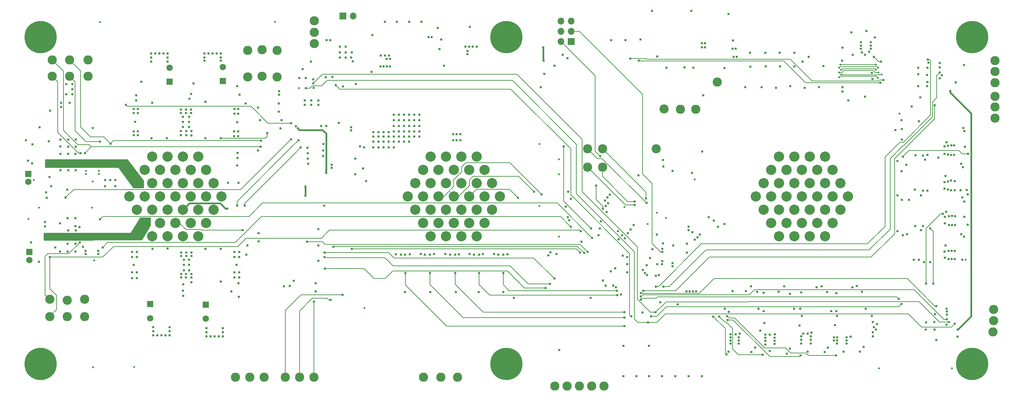
<source format=gbr>
G04 #@! TF.GenerationSoftware,KiCad,Pcbnew,(5.1.5-0-10_14)*
G04 #@! TF.CreationDate,2020-08-17T13:50:39-04:00*
G04 #@! TF.ProjectId,pressurization_series1,70726573-7375-4726-997a-6174696f6e5f,Rev 1*
G04 #@! TF.SameCoordinates,Original*
G04 #@! TF.FileFunction,Copper,L6,Inr*
G04 #@! TF.FilePolarity,Positive*
%FSLAX46Y46*%
G04 Gerber Fmt 4.6, Leading zero omitted, Abs format (unit mm)*
G04 Created by KiCad (PCBNEW (5.1.5-0-10_14)) date 2020-08-17 13:50:39*
%MOMM*%
%LPD*%
G04 APERTURE LIST*
%ADD10C,2.540000*%
%ADD11R,1.600000X1.600000*%
%ADD12C,1.600000*%
%ADD13C,2.286000*%
%ADD14C,8.000000*%
%ADD15R,1.700000X1.700000*%
%ADD16O,1.700000X1.700000*%
%ADD17C,0.609600*%
%ADD18C,0.508000*%
%ADD19C,0.203200*%
%ADD20C,0.381000*%
%ADD21C,0.254000*%
G04 APERTURE END LIST*
D10*
X69646800Y-89890600D03*
X65836800Y-89890600D03*
X62026800Y-89890600D03*
X58216800Y-89890600D03*
X60121800Y-93192600D03*
X67741800Y-93192600D03*
X63931800Y-93192600D03*
X56311800Y-93192600D03*
X71551800Y-93192600D03*
X69646800Y-96494600D03*
X65836800Y-96494600D03*
X58216800Y-96494600D03*
X62026800Y-96494600D03*
X73456800Y-96494600D03*
X54406800Y-96494600D03*
X63931800Y-106400600D03*
X60121800Y-106400600D03*
X62026800Y-109702600D03*
X54406800Y-103098600D03*
X56311800Y-106400600D03*
X58216800Y-109702600D03*
X58216800Y-103098600D03*
X62026800Y-103098600D03*
X65836800Y-109702600D03*
X67741800Y-106400600D03*
X65836800Y-103098600D03*
X71551800Y-106400600D03*
X69646800Y-109702600D03*
X69646800Y-103098600D03*
X73456800Y-103098600D03*
X71551800Y-99796600D03*
X67741800Y-99796600D03*
X63931800Y-99796600D03*
X60121800Y-99796600D03*
X56311800Y-99796600D03*
X75361800Y-99796600D03*
X52501800Y-99796600D03*
X138734800Y-89916000D03*
X134924800Y-89916000D03*
X131114800Y-89916000D03*
X127304800Y-89916000D03*
X129209800Y-93218000D03*
X136829800Y-93218000D03*
X133019800Y-93218000D03*
X125399800Y-93218000D03*
X140639800Y-93218000D03*
X138734800Y-96520000D03*
X134924800Y-96520000D03*
X127304800Y-96520000D03*
X131114800Y-96520000D03*
X142544800Y-96520000D03*
X123494800Y-96520000D03*
X133019800Y-106426000D03*
X129209800Y-106426000D03*
X131114800Y-109728000D03*
X123494800Y-103124000D03*
X125399800Y-106426000D03*
X127304800Y-109728000D03*
X127304800Y-103124000D03*
X131114800Y-103124000D03*
X134924800Y-109728000D03*
X136829800Y-106426000D03*
X134924800Y-103124000D03*
X140639800Y-106426000D03*
X138734800Y-109728000D03*
X138734800Y-103124000D03*
X142544800Y-103124000D03*
X140639800Y-99822000D03*
X136829800Y-99822000D03*
X133019800Y-99822000D03*
X129209800Y-99822000D03*
X125399800Y-99822000D03*
X144449800Y-99822000D03*
X121589800Y-99822000D03*
X225120200Y-89890600D03*
X221310200Y-89890600D03*
X217500200Y-89890600D03*
X213690200Y-89890600D03*
X215595200Y-93192600D03*
X223215200Y-93192600D03*
X219405200Y-93192600D03*
X211785200Y-93192600D03*
X227025200Y-93192600D03*
X225120200Y-96494600D03*
X221310200Y-96494600D03*
X213690200Y-96494600D03*
X217500200Y-96494600D03*
X228930200Y-96494600D03*
X209880200Y-96494600D03*
X219405200Y-106400600D03*
X215595200Y-106400600D03*
X217500200Y-109702600D03*
X209880200Y-103098600D03*
X211785200Y-106400600D03*
X213690200Y-109702600D03*
X213690200Y-103098600D03*
X217500200Y-103098600D03*
X221310200Y-109702600D03*
X223215200Y-106400600D03*
X221310200Y-103098600D03*
X227025200Y-106400600D03*
X225120200Y-109702600D03*
X225120200Y-103098600D03*
X228930200Y-103098600D03*
X227025200Y-99796600D03*
X223215200Y-99796600D03*
X219405200Y-99796600D03*
X215595200Y-99796600D03*
X211785200Y-99796600D03*
X230835200Y-99796600D03*
X207975200Y-99796600D03*
D11*
X62484000Y-71318000D03*
D12*
X62484000Y-67818000D03*
D13*
X89154000Y-70104000D03*
X85471000Y-69977000D03*
X81915000Y-70104000D03*
X89154000Y-63500000D03*
X85471000Y-63373000D03*
X81915000Y-63500000D03*
X98298000Y-144780000D03*
X94742000Y-144780000D03*
X91186000Y-144780000D03*
D11*
X75692000Y-71120000D03*
D12*
X75692000Y-67620000D03*
D11*
X57658000Y-126619000D03*
D12*
X57658000Y-130119000D03*
D13*
X129794000Y-144780000D03*
X198374000Y-71374000D03*
X183261000Y-88011000D03*
D14*
X261620000Y-60198000D03*
X146050000Y-60198000D03*
X30480000Y-141478000D03*
X146050000Y-141478000D03*
X261620000Y-141478000D03*
X30480000Y-60198000D03*
D12*
X27432000Y-96234000D03*
D11*
X27432000Y-94234000D03*
X27686000Y-113633000D03*
D12*
X27686000Y-115633000D03*
X71501000Y-130246000D03*
D11*
X71501000Y-126746000D03*
D13*
X98425000Y-59029600D03*
X98425000Y-56108600D03*
X98425000Y-61823600D03*
D15*
X162179000Y-61341000D03*
D16*
X159639000Y-61341000D03*
X162179000Y-58801000D03*
X159639000Y-58801000D03*
X162179000Y-56261000D03*
X159639000Y-56261000D03*
D15*
X105537000Y-54991000D03*
D16*
X108077000Y-54991000D03*
D13*
X267335000Y-80365600D03*
X267335000Y-74904600D03*
X267335000Y-77571600D03*
X193040000Y-78117700D03*
X185166000Y-78105000D03*
X189230000Y-78117700D03*
X133985000Y-144780000D03*
X125476000Y-144780000D03*
X170307000Y-146951700D03*
X164211000Y-146951700D03*
X167259000Y-146951700D03*
X161163000Y-146951700D03*
X158115000Y-146951700D03*
X33401000Y-65887600D03*
X37719000Y-65887600D03*
X42291000Y-65887600D03*
X33401000Y-69951600D03*
X37719000Y-69951600D03*
X42291000Y-69951600D03*
X32766000Y-125412500D03*
X37084000Y-125666500D03*
X41402000Y-125412500D03*
X41402000Y-129730500D03*
X37084000Y-129730500D03*
X32766000Y-129730500D03*
X78867000Y-144754600D03*
X82423000Y-144754600D03*
X85979000Y-144754600D03*
X267284200Y-68732400D03*
X266966700Y-130771900D03*
X267284200Y-66065400D03*
X266966700Y-127977900D03*
X267284200Y-71526400D03*
X266839700Y-133565900D03*
X166243000Y-88011000D03*
X169926000Y-88011000D03*
X166243000Y-92583000D03*
X169926000Y-92583000D03*
D17*
X133731000Y-84328000D03*
X132842000Y-84328000D03*
X134620000Y-84328000D03*
X99441000Y-77089000D03*
X96012000Y-77089000D03*
X99441000Y-75946000D03*
X96012000Y-75946000D03*
X250571000Y-71374000D03*
X248285000Y-72390000D03*
X250444000Y-72390000D03*
X250444000Y-69596000D03*
X248285000Y-69469000D03*
X248285000Y-67818000D03*
X250571000Y-67818000D03*
X252412500Y-129095500D03*
X250190000Y-131127500D03*
X252285500Y-131064000D03*
X252349000Y-132969000D03*
X250126500Y-132969000D03*
X35433000Y-85725000D03*
X35433000Y-87376000D03*
X35433000Y-89281000D03*
X35433000Y-93345000D03*
X37338000Y-89281000D03*
X37338000Y-87503000D03*
X37338000Y-85725000D03*
X39243000Y-85725000D03*
X39243000Y-87503000D03*
X39116000Y-89281000D03*
X37338000Y-93345000D03*
X34163000Y-112522000D03*
X35306000Y-113538000D03*
X37211000Y-105283000D03*
X37211000Y-111633000D03*
X37211000Y-113538000D03*
X39116000Y-113538000D03*
X39116000Y-111633000D03*
X39243000Y-108331000D03*
X39116000Y-107188000D03*
X39116000Y-105283000D03*
X39243000Y-93345000D03*
X201168000Y-138430000D03*
X259207000Y-115570000D03*
X206883000Y-138557000D03*
X211455000Y-138303000D03*
X215646000Y-138938000D03*
X220853000Y-138430000D03*
X225044000Y-138557000D03*
X229743000Y-138430000D03*
X233807000Y-138430000D03*
X259715000Y-101092000D03*
X259588000Y-109855000D03*
X259715000Y-104902000D03*
X259334000Y-92583000D03*
X259842000Y-87503000D03*
X259715000Y-83566000D03*
X237490000Y-60325000D03*
X231648000Y-59055000D03*
X130937000Y-114173000D03*
X118681500Y-114236500D03*
X124841000Y-114173000D03*
X136906000Y-114173000D03*
X143002000Y-114173000D03*
D18*
X159131000Y-94361000D03*
X159131000Y-109855000D03*
D17*
X77851000Y-123444000D03*
D18*
X28829000Y-95758000D03*
D17*
X220040300Y-72821700D03*
X205333600Y-72669400D03*
X209423000Y-72644000D03*
X212928300Y-72821700D03*
X216484300Y-72440700D03*
X249428000Y-89662000D03*
X249428000Y-98425000D03*
X249428000Y-107188000D03*
X248412000Y-115570000D03*
X30099000Y-116078000D03*
X109728000Y-87376000D03*
X110490000Y-92913200D03*
X135940800Y-62560200D03*
X104775000Y-65278000D03*
X106172000Y-65278000D03*
X107569000Y-65278000D03*
X104775000Y-64008000D03*
X106172000Y-64008000D03*
X107696000Y-64008000D03*
X104775000Y-62611000D03*
X106172000Y-62611000D03*
X136829800Y-62560200D03*
X137718800Y-62560200D03*
X138734800Y-62560200D03*
X35369500Y-106489500D03*
X37338000Y-108331000D03*
X255395405Y-129220654D03*
X253595300Y-67714700D03*
X184912000Y-111506000D03*
X182321000Y-112954000D03*
X184658000Y-116713000D03*
X187315356Y-116468644D03*
X183896000Y-119380000D03*
X99441000Y-107950000D03*
X99441000Y-112014000D03*
X99441000Y-115824000D03*
X172593000Y-122047000D03*
X170053000Y-120777000D03*
X96266000Y-70358000D03*
X184988000Y-92380000D03*
X209931000Y-128371590D03*
X227965000Y-128371590D03*
X190881000Y-113792000D03*
X218948000Y-127787410D03*
X191947000Y-53671000D03*
X201185000Y-54466000D03*
X182245000Y-53721000D03*
D18*
X183388000Y-103886000D03*
X181102000Y-106680000D03*
D17*
X97663000Y-75946000D03*
X97613400Y-77089000D03*
X258724400Y-98298000D03*
X260553200Y-99288600D03*
X65852000Y-123251000D03*
X67879000Y-74356000D03*
X54229000Y-74676000D03*
D18*
X27432000Y-105410000D03*
X30099000Y-102616000D03*
X43307000Y-102616000D03*
X43434000Y-96139000D03*
D17*
X31877000Y-98806000D03*
X26898600Y-85852000D03*
X30226000Y-82677000D03*
X43434000Y-82804000D03*
X35626000Y-77531000D03*
X115951000Y-56388000D03*
X118872000Y-56388000D03*
X121920000Y-56388000D03*
X124968000Y-56388000D03*
X178308000Y-144526000D03*
X181483000Y-144526000D03*
X184658000Y-144526000D03*
X187960000Y-144526000D03*
X191262000Y-144526000D03*
X194564000Y-144526000D03*
X169545000Y-106045000D03*
X158038800Y-67310000D03*
X155499000Y-69316400D03*
X223596300Y-72644010D03*
X136398000Y-64465200D03*
X129493022Y-63191378D03*
D18*
X43764200Y-115747800D03*
D17*
X112649000Y-68834000D03*
X236717345Y-69062590D03*
X174752000Y-109474000D03*
X175133000Y-144526000D03*
X137033000Y-57658000D03*
X185801000Y-67818000D03*
X190313000Y-67751000D03*
X161290000Y-105029000D03*
X129032000Y-57912000D03*
X172085000Y-60960000D03*
X175641000Y-60960000D03*
X200152000Y-67945000D03*
X104521000Y-81534000D03*
X184277000Y-126174500D03*
X179895500Y-128714500D03*
X188595000Y-126682500D03*
X258000500Y-134747000D03*
D18*
X238506000Y-142621000D03*
X256667000Y-142621000D03*
X53721000Y-142240000D03*
X43561000Y-142367000D03*
X45212000Y-56515000D03*
X88646000Y-56388000D03*
D17*
X200279000Y-127787400D03*
X247396000Y-98153703D03*
X122110500Y-114236500D03*
X128143000Y-114173000D03*
X140208000Y-114173000D03*
X134302500Y-114236500D03*
X146367500Y-114236500D03*
D18*
X159118300Y-90563700D03*
X154305000Y-86753700D03*
X154305000Y-102235000D03*
D17*
X79629000Y-121412000D03*
X247142000Y-115570000D03*
X110744000Y-87630000D03*
X114935000Y-64770000D03*
X115951000Y-64770000D03*
X116967000Y-64770000D03*
X114808000Y-67513200D03*
X117221000Y-67513200D03*
X116332000Y-65659000D03*
X112776000Y-59690000D03*
X255414459Y-128484298D03*
X255312339Y-131769537D03*
X253619000Y-70459603D03*
X253600500Y-66656500D03*
X181483000Y-137033000D03*
X190872000Y-111642000D03*
X187452000Y-112014000D03*
X184785000Y-115951000D03*
X187326714Y-117205158D03*
X183504247Y-116662342D03*
X183173702Y-119524459D03*
X170688000Y-122047000D03*
X94691000Y-70409000D03*
X98216600Y-72852400D03*
X194691000Y-88646000D03*
X184975500Y-90741500D03*
X202311000Y-61087000D03*
X183515000Y-65024000D03*
X179324000Y-60833000D03*
X247573800Y-89560400D03*
X247472200Y-107162600D03*
D18*
X185674000Y-105156000D03*
D17*
X65913000Y-121666000D03*
X67437000Y-75565000D03*
X54189000Y-75986000D03*
X32004000Y-100203000D03*
X32893000Y-78486000D03*
X115620800Y-67513200D03*
X116433600Y-67513200D03*
X117221000Y-65659000D03*
X170942000Y-103759000D03*
X130581400Y-67335400D03*
X100838000Y-102133400D03*
X236956600Y-70586600D03*
X161671000Y-105791000D03*
X192513000Y-67837000D03*
X202247500Y-123380500D03*
X209931000Y-123825000D03*
X219202000Y-123698000D03*
X227965000Y-123888500D03*
X169291000Y-107823000D03*
X173228000Y-122428000D03*
X184785000Y-113639603D03*
X195326000Y-61722000D03*
X194564000Y-61722000D03*
X202946000Y-63119000D03*
X202184000Y-63119000D03*
X101475542Y-60934600D03*
X93853000Y-82423000D03*
X94361000Y-82931000D03*
X102387400Y-60934600D03*
X101346000Y-93980000D03*
X101346000Y-93218000D03*
X107975396Y-66243200D03*
X101269800Y-70205600D03*
X256260600Y-73609200D03*
X154660600Y-72644000D03*
X159207200Y-137998200D03*
X258064000Y-132969000D03*
X129921000Y-60833000D03*
X195326000Y-62738000D03*
X194564000Y-62738000D03*
X203200000Y-65151000D03*
X202438000Y-65151000D03*
X126746000Y-60198000D03*
X127508000Y-60198000D03*
X102743000Y-91948000D03*
X102743000Y-92710000D03*
X107569000Y-82677000D03*
X107569000Y-83439000D03*
X155194000Y-62738000D03*
X155321000Y-66040000D03*
X124460000Y-80899000D03*
X124460000Y-82296000D03*
X124460000Y-79502000D03*
X58928000Y-64262000D03*
X61976000Y-64262000D03*
X57912000Y-65278000D03*
X60960000Y-64262000D03*
X57912000Y-66294000D03*
X61976000Y-66294000D03*
X61976000Y-65278000D03*
X57912000Y-64262000D03*
X59944000Y-64262000D03*
X72136000Y-64262000D03*
X75184000Y-64262000D03*
X71120000Y-65278000D03*
X74168000Y-64262000D03*
X71120000Y-66040000D03*
X75184000Y-66040000D03*
X75184000Y-65278000D03*
X71120000Y-64262000D03*
X73152000Y-64262000D03*
X121920000Y-80899000D03*
X121920000Y-82296000D03*
X121920000Y-79502000D03*
X123190000Y-80899000D03*
X123190000Y-82296000D03*
X123190000Y-79502000D03*
X221615000Y-134620000D03*
X221615000Y-135509000D03*
X221615000Y-136398000D03*
X219202000Y-134620000D03*
X219202000Y-136398000D03*
X114300000Y-83820000D03*
X256542200Y-113413200D03*
X256540000Y-115443000D03*
X257302000Y-115443000D03*
X255778000Y-115443000D03*
X257302000Y-113411000D03*
X255778000Y-113411000D03*
X256667000Y-104648000D03*
X256667000Y-106934000D03*
X257429000Y-106934000D03*
X255905000Y-106934000D03*
X255905000Y-104775000D03*
X257429000Y-104775000D03*
X256413000Y-95885000D03*
X256413000Y-98298000D03*
X257302000Y-98298000D03*
X257302000Y-96012000D03*
X255651000Y-96139000D03*
X255651000Y-98171000D03*
X256439200Y-87148200D03*
X256413000Y-89535000D03*
X257175000Y-87122000D03*
X257175000Y-89535000D03*
X255651000Y-89408000D03*
X255651000Y-87249000D03*
X236474000Y-62357000D03*
X234061000Y-62357000D03*
X236474000Y-61468000D03*
X236474000Y-63119000D03*
X234061000Y-61468000D03*
X234061000Y-63119000D03*
X41656000Y-113411000D03*
X41656000Y-114173000D03*
X44831000Y-113411000D03*
X203708000Y-134874000D03*
X203708000Y-135636000D03*
X203708000Y-136398000D03*
X201676000Y-136398000D03*
X201676000Y-135636000D03*
X201676000Y-134874000D03*
X212598000Y-135001000D03*
X212598000Y-135763000D03*
X212598000Y-136525000D03*
X219202000Y-135509000D03*
X230505000Y-134874000D03*
X230505000Y-135636000D03*
X228092000Y-134874000D03*
X228092000Y-135636000D03*
X228092000Y-136398000D03*
X210312000Y-135001000D03*
X210312000Y-135763000D03*
X210312000Y-136652000D03*
X115570000Y-83820000D03*
X116840000Y-83820000D03*
X118110000Y-83693000D03*
X119380000Y-83693000D03*
X120650000Y-83693000D03*
X121920000Y-83693000D03*
X123190000Y-83693000D03*
X124460000Y-83693000D03*
X118110000Y-79502000D03*
X114300000Y-86233000D03*
X115570000Y-86233000D03*
X116840000Y-86233000D03*
X118110000Y-86233000D03*
X119380000Y-86233000D03*
X120650000Y-86233000D03*
X121920000Y-86233000D03*
X118110000Y-80899000D03*
X118110000Y-82296000D03*
X118110000Y-84963000D03*
X116840000Y-84963000D03*
X115570000Y-84963000D03*
X114300000Y-84963000D03*
X119380000Y-79502000D03*
X119380000Y-80899000D03*
X119380000Y-82296000D03*
X120650000Y-80899000D03*
X120650000Y-82296000D03*
X113030000Y-83820000D03*
X113030000Y-86233000D03*
X113030000Y-87630000D03*
X114300000Y-87630000D03*
X115570000Y-87630000D03*
X116840000Y-87630000D03*
X118110000Y-87630000D03*
X123190000Y-84963000D03*
X120650000Y-79502000D03*
X119380000Y-84963000D03*
X120650000Y-84963000D03*
X121920000Y-84963000D03*
X113030000Y-84963000D03*
X44831000Y-114173000D03*
D18*
X41783000Y-94234000D03*
X41783000Y-93472000D03*
X44958000Y-93472000D03*
X44958000Y-94234000D03*
D17*
X175107600Y-137007600D03*
X201676000Y-134112000D03*
X202946000Y-134112000D03*
X210312000Y-134239000D03*
X211455000Y-134239000D03*
X219710000Y-133985000D03*
X220853000Y-133985000D03*
X230505000Y-136398000D03*
X227330000Y-135636000D03*
X227330000Y-134874000D03*
X254762000Y-113512600D03*
X254889000Y-115062000D03*
X254889000Y-104902000D03*
X254889000Y-106553000D03*
X254762000Y-96266000D03*
X254762000Y-97917000D03*
X254762000Y-87376000D03*
X254762000Y-89281000D03*
X234315000Y-64008000D03*
X236093000Y-63881000D03*
X72644000Y-134620000D03*
X73660000Y-134620000D03*
X74676000Y-134620000D03*
X75692000Y-134620000D03*
X71628000Y-134620000D03*
X71628000Y-133604000D03*
X75692000Y-133604000D03*
X75692000Y-132588000D03*
X71628000Y-132588000D03*
X60452000Y-134366000D03*
X61468000Y-134366000D03*
X59436000Y-134366000D03*
X62484000Y-134366000D03*
X58420000Y-134366000D03*
X58420000Y-133350000D03*
X58420000Y-132334000D03*
X62484000Y-133350000D03*
X62484000Y-132334000D03*
X124460000Y-84963000D03*
X133731000Y-85852000D03*
X132842000Y-85852000D03*
X134620000Y-85852000D03*
X36830000Y-71882000D03*
X38354000Y-71882000D03*
X36830000Y-74422000D03*
X38354000Y-74422000D03*
X38354000Y-73152000D03*
X216408000Y-124079000D03*
X234315000Y-123571000D03*
X244475000Y-109474000D03*
X245491000Y-109220000D03*
X245999000Y-100711000D03*
X244221000Y-100711000D03*
X245313200Y-91998800D03*
X244094000Y-93599000D03*
X244221000Y-83058000D03*
X244221000Y-85725000D03*
X67945000Y-119126000D03*
X67945000Y-120015000D03*
X67310000Y-118237000D03*
X66548000Y-119126000D03*
X65405000Y-119126000D03*
X65405000Y-120015000D03*
X66548000Y-120015000D03*
X66040000Y-118237000D03*
X65405000Y-113792000D03*
X66675000Y-113792000D03*
X65405000Y-114681000D03*
X66040000Y-115570000D03*
X67945000Y-113792000D03*
X66675000Y-114681000D03*
X67310000Y-115570000D03*
X67945000Y-114681000D03*
X78613000Y-118745000D03*
X78613000Y-120015000D03*
X79756000Y-120015000D03*
X79756000Y-118745000D03*
X78613000Y-113665000D03*
X79756000Y-113665000D03*
X79756000Y-114935000D03*
X78613000Y-114935000D03*
X53213000Y-113665000D03*
X53213000Y-114935000D03*
X54356000Y-120142000D03*
X53213000Y-120142000D03*
X53213000Y-118745000D03*
X66040000Y-116840000D03*
X79121000Y-116840000D03*
X53594000Y-116840000D03*
X111252000Y-96012000D03*
X208280000Y-123571000D03*
X225679000Y-123634500D03*
X229489000Y-72644000D03*
X229463600Y-73761600D03*
X65278000Y-83566000D03*
X65278000Y-84582000D03*
X66675000Y-83566000D03*
X66675000Y-84582000D03*
X67945000Y-83566000D03*
X67945000Y-84709000D03*
X65786000Y-82550000D03*
X67310000Y-82550000D03*
X65786000Y-80010000D03*
X67310000Y-80010000D03*
X65278000Y-78232000D03*
X65278000Y-79121000D03*
X66548000Y-78232000D03*
X66548000Y-79121000D03*
X67818000Y-78232000D03*
X67818000Y-79121000D03*
X78486000Y-83693000D03*
X78486000Y-84836000D03*
X79502000Y-84836000D03*
X79502000Y-83693000D03*
X79248000Y-81407000D03*
X78613000Y-78105000D03*
X78613000Y-79248000D03*
X79502000Y-79248000D03*
X79502000Y-78105000D03*
X54610000Y-84582000D03*
X53594000Y-84582000D03*
X53594000Y-83693000D03*
X54610000Y-83693000D03*
X53594000Y-78105000D03*
X54610000Y-78105000D03*
X54610000Y-79121000D03*
X53594000Y-79121000D03*
X53975000Y-81280000D03*
X46482000Y-97282000D03*
X46482000Y-95758000D03*
X49022000Y-97282000D03*
X49022000Y-95758000D03*
X47752000Y-95758000D03*
X54356000Y-113665000D03*
X54356000Y-118745000D03*
X54356000Y-114935000D03*
X205486000Y-123380500D03*
X213677500Y-123571000D03*
X223012000Y-122478810D03*
X231965500Y-122478810D03*
X67310000Y-116840000D03*
X65786000Y-81280000D03*
X67310000Y-81280000D03*
X230886000Y-75946000D03*
X206756000Y-122174000D03*
X215011000Y-122148590D03*
X224271000Y-122148590D03*
X243078000Y-108458000D03*
X243078000Y-99568000D03*
X243078000Y-91059000D03*
X242570000Y-83312000D03*
X232994000Y-122098000D03*
X32512000Y-86106000D03*
X156464000Y-114503200D03*
X41503600Y-89052400D03*
X85090002Y-87502998D03*
X156997400Y-113715800D03*
X47828200Y-86690190D03*
X85217000Y-85979000D03*
X158496000Y-114173000D03*
X32689800Y-95046800D03*
X27355800Y-90957400D03*
X31623000Y-106172000D03*
X171121636Y-100096443D03*
X40208200Y-111226602D03*
X171729400Y-99390200D03*
X40182800Y-107416600D03*
X170535600Y-100812600D03*
D18*
X175387000Y-102489000D03*
D17*
X41021000Y-112369600D03*
X28117800Y-111226600D03*
X178816000Y-94615000D03*
X170002200Y-102920800D03*
X168351200Y-97129600D03*
X169341800Y-89839800D03*
X167106600Y-107823000D03*
X160299400Y-87376000D03*
X175437800Y-110236000D03*
X176022000Y-118745000D03*
D18*
X192786000Y-95631000D03*
D17*
X194945000Y-74676000D03*
X192151000Y-93980000D03*
X176022000Y-116713000D03*
X187325000Y-93472000D03*
X176022000Y-114935000D03*
X210439000Y-67487800D03*
X210312000Y-64135000D03*
X213969600Y-67487800D03*
X213868000Y-64135000D03*
X206603600Y-67538600D03*
X206502000Y-64135000D03*
X219583000Y-66294000D03*
X221107000Y-65151000D03*
X217525600Y-67513200D03*
X217551000Y-64135000D03*
X224688400Y-67436998D03*
D18*
X31623000Y-109601000D03*
X32512000Y-109601000D03*
X31623000Y-110363000D03*
X32512000Y-110363000D03*
D17*
X32004000Y-91059000D03*
X33147000Y-91059000D03*
X33147000Y-92329000D03*
X32004000Y-92329000D03*
X96901000Y-91694000D03*
X96748600Y-87706200D03*
X79375000Y-89027000D03*
X96774000Y-90398600D03*
X79298800Y-92151200D03*
X96774000Y-89052400D03*
X79375000Y-90297000D03*
X173736000Y-108458000D03*
X162052000Y-100457000D03*
X154813000Y-99314000D03*
X133350000Y-114300000D03*
X132080000Y-114300000D03*
X145288000Y-114300000D03*
X119888000Y-114300000D03*
X144018000Y-114300000D03*
X120904000Y-114300000D03*
X138049000Y-114300000D03*
X125857000Y-114300000D03*
X127127000Y-114300000D03*
X139319000Y-114300000D03*
X183388000Y-109347000D03*
X161417000Y-98679000D03*
X152908000Y-98679000D03*
X173964600Y-110540800D03*
X160807400Y-102362000D03*
X148971000Y-100203000D03*
X184785000Y-112903000D03*
X229489000Y-62865000D03*
X231978200Y-64617600D03*
X229362000Y-66040000D03*
X207772000Y-137414000D03*
X203962000Y-133985000D03*
X208661000Y-127787410D03*
X216408000Y-137668000D03*
X212725000Y-134112000D03*
X217424000Y-127787410D03*
X225806000Y-137414000D03*
X221742000Y-133731000D03*
X226695000Y-128371590D03*
X234696000Y-137287000D03*
X248920000Y-108204000D03*
X255016000Y-112014000D03*
X258953000Y-109220000D03*
X248920000Y-99568000D03*
X255219200Y-103606600D03*
X259207000Y-100076000D03*
X249936000Y-90678000D03*
X255016000Y-94742000D03*
X258953000Y-91694000D03*
X255270000Y-86360000D03*
X248412000Y-81153000D03*
X259461000Y-82804000D03*
X231521000Y-134747000D03*
X235204000Y-127787410D03*
X255905000Y-131064000D03*
X98171000Y-71755000D03*
X254075128Y-69673272D03*
X183057810Y-128651000D03*
X257556000Y-71501000D03*
X257344567Y-131529433D03*
X96266000Y-72898000D03*
X181228996Y-131191000D03*
X171958000Y-118491000D03*
X173101000Y-117729000D03*
X193167000Y-123444000D03*
X192405000Y-123444000D03*
X191516000Y-123444000D03*
X190754000Y-123444000D03*
X108585000Y-94310200D03*
X108762800Y-71882000D03*
X101371400Y-82321400D03*
X238887000Y-71551800D03*
X178943000Y-66040000D03*
X160020000Y-64643000D03*
X235432600Y-58699400D03*
X235077000Y-64579500D03*
X196291200Y-104978200D03*
X235077000Y-75057010D03*
X237236000Y-65151000D03*
X239014000Y-66319400D03*
X200710800Y-139090400D03*
X192786000Y-110591600D03*
X197421500Y-129730500D03*
X236982000Y-134645400D03*
X209067400Y-133223000D03*
X209626200Y-139217400D03*
X193522600Y-110007400D03*
X198945500Y-129730500D03*
X237744000Y-132969000D03*
X218821000Y-131953000D03*
X219075000Y-139344400D03*
X194106800Y-109321600D03*
X200914000Y-130556000D03*
X237998000Y-131572000D03*
X227584000Y-131826000D03*
D18*
X260045200Y-115570000D03*
D17*
X191296278Y-108212878D03*
X251206000Y-116205000D03*
X249682000Y-116205000D03*
X260553200Y-106883200D03*
X191287400Y-107340400D03*
X198551800Y-107340400D03*
X254381000Y-104140000D03*
X250190000Y-121539000D03*
X260299200Y-98221800D03*
X200177400Y-106730800D03*
D18*
X243586000Y-79248000D03*
D17*
X253238000Y-90170000D03*
X260604200Y-89280800D03*
X197535800Y-105816400D03*
X244475000Y-89916000D03*
X192227200Y-108712000D03*
X227838000Y-139344400D03*
X200850500Y-129603500D03*
X93345000Y-120853200D03*
X71374000Y-112903000D03*
X92329000Y-122097800D03*
X75184000Y-112903000D03*
X90830400Y-122174000D03*
X75184000Y-121031000D03*
X108585000Y-90449400D03*
X244157500Y-126555500D03*
X177038000Y-129667000D03*
X259600700Y-67170300D03*
X181991000Y-129667000D03*
X103759000Y-72136000D03*
X98171000Y-70739000D03*
X255270000Y-127762000D03*
D18*
X94615000Y-72898000D03*
D17*
X120904000Y-123647200D03*
X145288000Y-123647200D03*
X139242800Y-123647200D03*
X127177800Y-123647200D03*
X133578600Y-123647200D03*
X147904200Y-125069600D03*
X166954200Y-125069600D03*
X40386000Y-89052400D03*
X100609400Y-89763600D03*
X84404200Y-88392000D03*
X45212000Y-86233000D03*
X100584000Y-88392000D03*
X28397200Y-91617800D03*
X100660200Y-86791800D03*
X45923200Y-112496600D03*
X162077400Y-107391200D03*
X167360600Y-110185200D03*
X45212000Y-105486200D03*
X164490400Y-108483400D03*
X32766000Y-114909600D03*
X184986240Y-122275600D03*
X253568200Y-69037200D03*
X255394100Y-130368400D03*
X179451000Y-124714000D03*
X97536000Y-66294000D03*
X177622200Y-106984800D03*
X183134000Y-122275600D03*
X250672600Y-65760600D03*
X252730000Y-127127000D03*
X179451000Y-123888500D03*
X95504000Y-68199000D03*
X176885600Y-108077000D03*
X179984400Y-123317000D03*
X252349000Y-77165200D03*
X252734100Y-135568400D03*
X179451000Y-125476000D03*
X243459000Y-125349000D03*
X102870000Y-70104000D03*
X176174402Y-109016800D03*
X180848000Y-101475030D03*
X180721000Y-100330000D03*
X177927000Y-101981000D03*
X177927000Y-101092000D03*
X175388017Y-132106417D03*
X121031000Y-118897400D03*
X175348900Y-129933700D03*
X127127000Y-118897400D03*
X133350000Y-118897400D03*
X175361600Y-128600200D03*
X139319000Y-118897400D03*
X173583600Y-124358400D03*
X173482000Y-123291600D03*
X145288000Y-118897400D03*
X174929800Y-114579400D03*
X105486200Y-72491604D03*
X100101493Y-82283553D03*
X239623600Y-70916800D03*
X176784000Y-65532000D03*
X161188400Y-65430400D03*
X236982000Y-133629400D03*
X201295000Y-128498600D03*
X210058000Y-131318000D03*
X237236000Y-132334000D03*
X236982000Y-131064000D03*
X219375398Y-129565410D03*
X251206000Y-107823000D03*
X251968000Y-121539000D03*
X244094000Y-80899000D03*
X250571000Y-98425000D03*
X246634000Y-77470000D03*
X250571000Y-89535000D03*
X228145582Y-129565410D03*
X236728000Y-129565410D03*
X92633800Y-81610200D03*
X51689000Y-77089000D03*
X36703000Y-100126800D03*
X92633800Y-85598000D03*
X136448800Y-63652400D03*
X28511492Y-86868000D03*
X31623000Y-107315000D03*
X250799600Y-66548000D03*
X37719000Y-76581000D03*
X37084000Y-98171000D03*
D18*
X238252000Y-70358000D03*
X228600000Y-70231000D03*
X239191800Y-69545200D03*
X229108000Y-69494390D03*
X228612326Y-68973326D03*
X238353600Y-69037200D03*
X237744000Y-68326000D03*
X229094467Y-68314880D03*
X238252000Y-67818000D03*
X228600000Y-67818000D03*
X228981000Y-67056000D03*
X237744000Y-67056000D03*
D17*
X248793000Y-75184000D03*
X174523400Y-124231400D03*
X35560000Y-76581000D03*
X33147000Y-97282000D03*
X96189800Y-97383600D03*
X96189800Y-99669600D03*
X79603600Y-96418400D03*
X76962000Y-96418400D03*
X76809600Y-102870000D03*
X81788000Y-112014000D03*
X81534000Y-114300000D03*
X84582000Y-108966000D03*
X84582000Y-110998000D03*
X80645000Y-108204000D03*
X180949600Y-119430800D03*
X155778200Y-122580400D03*
X100990400Y-117754400D03*
X180441600Y-118872000D03*
X156895800Y-121564400D03*
X100965000Y-114909600D03*
X179959000Y-118135400D03*
X157988000Y-120269000D03*
X100965000Y-113842800D03*
X166243000Y-113665000D03*
X96647000Y-111125000D03*
X165354000Y-113919000D03*
X103124000Y-112395000D03*
X164338000Y-113792000D03*
X107696000Y-112903000D03*
X58293000Y-112903000D03*
X164719000Y-111125000D03*
X105410000Y-124333000D03*
X61976000Y-112776000D03*
X168910000Y-109448600D03*
X102489000Y-125603000D03*
X67945000Y-121158000D03*
X98298000Y-125984000D03*
X181737000Y-115189000D03*
X75184000Y-85344000D03*
X86741000Y-84074000D03*
X90043000Y-82931000D03*
X71374000Y-85344000D03*
X84963000Y-80899000D03*
X90297000Y-80899000D03*
X79883000Y-74549000D03*
X71374000Y-76327000D03*
X89712800Y-74549000D03*
X61849000Y-85369400D03*
X84455000Y-77724000D03*
X89560400Y-78740000D03*
X58039000Y-85369400D03*
X81407000Y-76708000D03*
X89585800Y-76708000D03*
X79248000Y-72364600D03*
X58216800Y-76555600D03*
X89662000Y-73660000D03*
X170688000Y-102235000D03*
X98755200Y-121412000D03*
X171272200Y-101549200D03*
X98755200Y-123444000D03*
X180848000Y-116967000D03*
D18*
X110820200Y-127635000D03*
D17*
X79730600Y-124790200D03*
X95021400Y-87680800D03*
X81102200Y-102082600D03*
X65862200Y-124561600D03*
X79248000Y-102082600D03*
X94488000Y-85852000D03*
X55448200Y-71272400D03*
X68465700Y-71691500D03*
D19*
X184353948Y-113639603D02*
X182245000Y-111530655D01*
X184785000Y-113639603D02*
X184353948Y-113639603D01*
X182245000Y-111530655D02*
X182245000Y-96647000D01*
X182245000Y-96647000D02*
X181864000Y-96266000D01*
X181864000Y-96266000D02*
X179832000Y-94234000D01*
X179832000Y-94234000D02*
X179832000Y-74422000D01*
X179832000Y-74422000D02*
X164211000Y-58801000D01*
X164211000Y-58801000D02*
X162052000Y-58801000D01*
D20*
X94742000Y-83312000D02*
X94361000Y-82931000D01*
X93853000Y-82423000D02*
X93853000Y-82423000D01*
X101346000Y-93980000D02*
X101346000Y-93218000D01*
X100457000Y-83312000D02*
X94767398Y-83312000D01*
X101346000Y-84201000D02*
X100457000Y-83312000D01*
X101346000Y-93218000D02*
X101346000Y-84201000D01*
X256260600Y-74040252D02*
X261366000Y-79145652D01*
X256260600Y-73609200D02*
X256260600Y-74040252D01*
X261366000Y-79145652D02*
X261366000Y-110871000D01*
X261366000Y-129667000D02*
X258064000Y-132969000D01*
X261366000Y-110871000D02*
X261366000Y-129667000D01*
X155194000Y-65913000D02*
X155321000Y-66040000D01*
X155194000Y-62738000D02*
X155194000Y-65913000D01*
D19*
X36159401Y-68646001D02*
X36159401Y-83430835D01*
X33401000Y-65887600D02*
X36159401Y-68646001D01*
X36159401Y-83430835D02*
X36169600Y-83441034D01*
X43053002Y-87502998D02*
X41503600Y-89052400D01*
X43053002Y-87502998D02*
X43052998Y-87502998D01*
X43052998Y-87502998D02*
X42545000Y-86995000D01*
X42545000Y-86995000D02*
X39751000Y-86995000D01*
X36169600Y-83441034D02*
X39751000Y-86995000D01*
X85090002Y-87502998D02*
X43053002Y-87502998D01*
X40436800Y-82575400D02*
X40436800Y-68605400D01*
X47828200Y-86690190D02*
X46151810Y-85013800D01*
X40436800Y-68605400D02*
X37719000Y-65887600D01*
X42875200Y-85013800D02*
X40436800Y-82575400D01*
X46151810Y-85013800D02*
X42875200Y-85013800D01*
X48539390Y-85979000D02*
X47828200Y-86690190D01*
X85217000Y-85979000D02*
X48539390Y-85979000D01*
X31623001Y-124269501D02*
X32766000Y-125412500D01*
X40208200Y-111330234D02*
X37467033Y-114071401D01*
X40208200Y-111226602D02*
X40208200Y-111330234D01*
X31623001Y-114731799D02*
X31623001Y-124269501D01*
X32283400Y-114071400D02*
X31623001Y-114731799D01*
X37467033Y-114071401D02*
X32283400Y-114071400D01*
X170002200Y-102920800D02*
X170002200Y-102311200D01*
X170002200Y-102311200D02*
X168325800Y-100634800D01*
X168325800Y-100634800D02*
X168351200Y-97129600D01*
X168351200Y-97129600D02*
X168325800Y-97155000D01*
X169341800Y-89839800D02*
X168097200Y-88595200D01*
X168097200Y-88595200D02*
X168097200Y-70256400D01*
X168097200Y-69799200D02*
X159766000Y-61468000D01*
X168097200Y-70256400D02*
X168097200Y-69799200D01*
X159766000Y-61468000D02*
X159639000Y-61341000D01*
X167106600Y-107823000D02*
X160299400Y-101015800D01*
X160299400Y-101015800D02*
X160299400Y-87376000D01*
X160299400Y-87376000D02*
X160299400Y-87401400D01*
X154813000Y-99314000D02*
X146939000Y-91440000D01*
X146939000Y-91440000D02*
X136017000Y-91440000D01*
X136017000Y-91440000D02*
X135001000Y-92456000D01*
X135001000Y-92456000D02*
X135001000Y-93726000D01*
X135001000Y-93726000D02*
X132969000Y-95758000D01*
X132969000Y-95758000D02*
X132969000Y-97409000D01*
X132969000Y-97409000D02*
X131572000Y-98806000D01*
X131572000Y-98806000D02*
X130556000Y-99822000D01*
X130556000Y-99822000D02*
X129159000Y-99822000D01*
X152908000Y-98679000D02*
X149352000Y-95123000D01*
X149352000Y-95123000D02*
X149098000Y-94869000D01*
X149098000Y-94869000D02*
X137922000Y-94869000D01*
X137922000Y-94869000D02*
X137795000Y-94869000D01*
X137795000Y-94869000D02*
X136906000Y-95758000D01*
X136906000Y-95758000D02*
X136906000Y-97155000D01*
X136906000Y-97155000D02*
X134239000Y-99822000D01*
X134239000Y-99822000D02*
X133096000Y-99822000D01*
X148971000Y-100203000D02*
X148082000Y-99314000D01*
X148082000Y-99314000D02*
X146812000Y-98044000D01*
X146812000Y-98044000D02*
X138684000Y-98044000D01*
X138684000Y-98044000D02*
X136906000Y-99822000D01*
X178562000Y-125376434D02*
X181836566Y-128651000D01*
X182626758Y-128651000D02*
X183057810Y-128651000D01*
X178562000Y-112395000D02*
X178562000Y-125376434D01*
X100457000Y-69469000D02*
X148717000Y-69469000D01*
X98171000Y-71755000D02*
X100457000Y-69469000D01*
X164846000Y-98679000D02*
X178562000Y-112395000D01*
X148717000Y-69469000D02*
X164846000Y-85598000D01*
X181836566Y-128651000D02*
X182626758Y-128651000D01*
X164846000Y-85598000D02*
X164846000Y-98679000D01*
X248412000Y-125984000D02*
X253492000Y-131064000D01*
X253492000Y-131064000D02*
X255905000Y-131064000D01*
X248373901Y-126022099D02*
X248412000Y-125984000D01*
X206121000Y-126047500D02*
X206146401Y-126022099D01*
X185674000Y-126047500D02*
X206121000Y-126047500D01*
X206146401Y-126022099D02*
X248373901Y-126022099D01*
X185166000Y-126555500D02*
X185674000Y-126047500D01*
X185153310Y-126555500D02*
X185166000Y-126555500D01*
X183057810Y-128651000D02*
X185153310Y-126555500D01*
X245844566Y-129032000D02*
X185547000Y-129032000D01*
X249115504Y-132302938D02*
X245844566Y-129032000D01*
X185547000Y-129032000D02*
X183388000Y-131191000D01*
X256571062Y-132302938D02*
X249115504Y-132302938D01*
X183388000Y-131191000D02*
X181660048Y-131191000D01*
X257344567Y-131529433D02*
X256571062Y-132302938D01*
X181660048Y-131191000D02*
X181228996Y-131191000D01*
X177800000Y-130302000D02*
X178689000Y-131191000D01*
X163449000Y-86868000D02*
X163449000Y-99187000D01*
X96266000Y-72898000D02*
X97282000Y-72898000D01*
X177800000Y-113538000D02*
X177800000Y-130302000D01*
X98115001Y-72318999D02*
X98145599Y-72288401D01*
X101600000Y-70993000D02*
X147574000Y-70993000D01*
X98145599Y-72288401D02*
X100304599Y-72288401D01*
X97861001Y-72318999D02*
X98115001Y-72318999D01*
X163449000Y-99187000D02*
X177800000Y-113538000D01*
X178689000Y-131191000D02*
X181228996Y-131191000D01*
X97282000Y-72898000D02*
X97861001Y-72318999D01*
X100304599Y-72288401D02*
X101600000Y-70993000D01*
X147574000Y-70993000D02*
X163449000Y-86868000D01*
X214884000Y-66141600D02*
X220294200Y-71551800D01*
X220294200Y-71551800D02*
X238887000Y-71551800D01*
X214884000Y-66141600D02*
X179044600Y-66141600D01*
X238404400Y-66319400D02*
X239014000Y-66319400D01*
X237236000Y-65151000D02*
X238404400Y-66319400D01*
X200710800Y-139090400D02*
X200406001Y-138785601D01*
X200406001Y-138785601D02*
X200406001Y-132715001D01*
X200406001Y-132715001D02*
X197421500Y-129730500D01*
X209067400Y-133223000D02*
X209092801Y-133197599D01*
X209270600Y-133019800D02*
X209067400Y-133223000D01*
X203657202Y-139217400D02*
X208622900Y-139217400D01*
X202209401Y-137769599D02*
X203657202Y-139217400D01*
X200279000Y-131064000D02*
X200596500Y-131064000D01*
X200596500Y-131064000D02*
X202209401Y-132676901D01*
X208622900Y-139217400D02*
X209626200Y-139217400D01*
X202209401Y-132676901D02*
X202209401Y-137769599D01*
X198945500Y-129730500D02*
X200279000Y-131064000D01*
X202311000Y-130556000D02*
X211404199Y-139649199D01*
X211404199Y-139649199D02*
X218770201Y-139649199D01*
X218770201Y-139649199D02*
X219075000Y-139344400D01*
X200914000Y-130556000D02*
X202311000Y-130556000D01*
X254381000Y-104140000D02*
X253873000Y-104140000D01*
X250215401Y-107797599D02*
X250215401Y-115948967D01*
X253873000Y-104140000D02*
X250215401Y-107797599D01*
X250215401Y-121513599D02*
X250190000Y-121539000D01*
X250215401Y-115948967D02*
X250215401Y-121513599D01*
X260604200Y-89280800D02*
X259206800Y-89280800D01*
X259206800Y-89280800D02*
X258318000Y-88392000D01*
X258318000Y-88392000D02*
X247523000Y-88392000D01*
X245999000Y-88392000D02*
X244475000Y-89916000D01*
X247523000Y-88392000D02*
X245999000Y-88392000D01*
X201320401Y-130073401D02*
X202717401Y-130073401D01*
X202717401Y-130073401D02*
X210185000Y-137541000D01*
X210185000Y-137541000D02*
X215328500Y-137541000D01*
X227406948Y-139344400D02*
X227838000Y-139344400D01*
X220444565Y-138810999D02*
X220977966Y-139344400D01*
X220977966Y-139344400D02*
X227406948Y-139344400D01*
X216598499Y-138810999D02*
X220444565Y-138810999D01*
X215328500Y-137541000D02*
X216598499Y-138810999D01*
X200850500Y-129603500D02*
X201320401Y-130073401D01*
X244157500Y-126555500D02*
X244157500Y-126555500D01*
X177038000Y-129667000D02*
X177038000Y-129667000D01*
X176657000Y-129286000D02*
X177038000Y-129667000D01*
X176657000Y-114046000D02*
X176657000Y-129286000D01*
X162052000Y-99441000D02*
X176657000Y-114046000D01*
X162052000Y-88011000D02*
X162052000Y-99441000D01*
X104825802Y-73152000D02*
X147193000Y-73152000D01*
X147193000Y-73152000D02*
X162052000Y-88011000D01*
X243459000Y-127254000D02*
X185801000Y-127254000D01*
X244157500Y-126555500D02*
X243459000Y-127254000D01*
X182422052Y-129667000D02*
X181991000Y-129667000D01*
X185801000Y-127254000D02*
X183388000Y-129667000D01*
X183388000Y-129667000D02*
X182422052Y-129667000D01*
X104775000Y-73152000D02*
X103759000Y-72136000D01*
X104825802Y-73152000D02*
X104775000Y-73152000D01*
X40386000Y-89052400D02*
X39875966Y-89052400D01*
X34747200Y-71297800D02*
X33401000Y-69951600D01*
X34747200Y-83923634D02*
X34747200Y-71297800D01*
X39875966Y-89052400D02*
X34747200Y-83923634D01*
X39039800Y-71272400D02*
X37719000Y-69951600D01*
X39039800Y-83489800D02*
X39039800Y-71272400D01*
X45212000Y-86233000D02*
X41783000Y-86233000D01*
X41783000Y-86233000D02*
X39039800Y-83489800D01*
X45923200Y-112496600D02*
X45923200Y-112496600D01*
X47117000Y-111302800D02*
X78816200Y-111302800D01*
X161772601Y-107086401D02*
X162077400Y-107391200D01*
X45923200Y-112496600D02*
X47117000Y-111302800D01*
X78816200Y-111302800D02*
X85267800Y-104851200D01*
X85267800Y-104851200D02*
X159537400Y-104851200D01*
X159537400Y-104851200D02*
X161772601Y-107086401D01*
X158648400Y-101473000D02*
X167360600Y-110185200D01*
X82219800Y-104800400D02*
X85547200Y-101473000D01*
X85547200Y-101473000D02*
X158648400Y-101473000D01*
X45212000Y-105486200D02*
X45897800Y-104800400D01*
X45897800Y-104800400D02*
X82219800Y-104800400D01*
X32766000Y-114909600D02*
X32766000Y-122758200D01*
X32766000Y-122758200D02*
X34518600Y-124510800D01*
X34518600Y-127977900D02*
X32766000Y-129730500D01*
X34518600Y-124510800D02*
X34518600Y-127977900D01*
X164236399Y-108229399D02*
X164490400Y-108483400D01*
X102158801Y-108229399D02*
X164236399Y-108229399D01*
X100152200Y-110236000D02*
X102158801Y-108229399D01*
X45948600Y-114909600D02*
X48615600Y-112242600D01*
X32766000Y-114909600D02*
X45948600Y-114909600D01*
X48615600Y-112242600D02*
X79476600Y-112242600D01*
X79476600Y-112242600D02*
X81483200Y-110236000D01*
X81483200Y-110236000D02*
X100152200Y-110236000D01*
X252857000Y-75311000D02*
X252857000Y-69748400D01*
X236093000Y-113157000D02*
X241300000Y-107950000D01*
X244475000Y-87249000D02*
X244602000Y-87249000D01*
X251815599Y-80035401D02*
X251815599Y-76352401D01*
X244602000Y-87249000D02*
X251815599Y-80035401D01*
X241300000Y-90424000D02*
X244475000Y-87249000D01*
X252857000Y-69748400D02*
X253568200Y-69037200D01*
X241300000Y-107950000D02*
X241300000Y-90424000D01*
X186436000Y-122301000D02*
X195580000Y-113157000D01*
X251815599Y-76352401D02*
X252857000Y-75311000D01*
X195580000Y-113157000D02*
X236093000Y-113157000D01*
X185011640Y-122301000D02*
X186436000Y-122301000D01*
X184986240Y-122275600D02*
X185011640Y-122301000D01*
X179451000Y-124714000D02*
X179857389Y-124307611D01*
X206336889Y-124307611D02*
X207632290Y-123012210D01*
X207632290Y-123012210D02*
X247281710Y-123012210D01*
X254637900Y-130368400D02*
X255394100Y-130368400D01*
X247281710Y-123012210D02*
X254637900Y-130368400D01*
X179857389Y-124307611D02*
X206336889Y-124307611D01*
X251333001Y-65989949D02*
X251103652Y-65760600D01*
X251333000Y-79629000D02*
X251333001Y-65989949D01*
X244602000Y-86360000D02*
X251333000Y-79629000D01*
X243713000Y-86360000D02*
X244602000Y-86360000D01*
X240030000Y-107289600D02*
X240030000Y-90043000D01*
X240030000Y-90043000D02*
X243713000Y-86360000D01*
X235686600Y-111633000D02*
X240030000Y-107289600D01*
X194437000Y-111633000D02*
X235686600Y-111633000D01*
X251103652Y-65760600D02*
X250672600Y-65760600D01*
X183794400Y-122275600D02*
X194437000Y-111633000D01*
X183134000Y-122275600D02*
X183794400Y-122275600D01*
X252730000Y-127127000D02*
X252298948Y-127127000D01*
X252298948Y-127127000D02*
X248602500Y-123317000D01*
X248602500Y-123317000D02*
X248475500Y-123303552D01*
X245554500Y-120269000D02*
X248602500Y-123317000D01*
X179970953Y-123977401D02*
X193903599Y-123977401D01*
X179451000Y-123888500D02*
X179882052Y-123888500D01*
X179882052Y-123888500D02*
X179970953Y-123977401D01*
X193903599Y-123977401D02*
X197612000Y-120269000D01*
X197612000Y-120269000D02*
X245554500Y-120269000D01*
X252349000Y-80518000D02*
X252349000Y-77165200D01*
X242417600Y-90449400D02*
X252349000Y-80518000D01*
X242417600Y-109118400D02*
X242417600Y-90449400D01*
X188087000Y-123317000D02*
X196469000Y-114935000D01*
X236601000Y-114935000D02*
X242417600Y-109118400D01*
X196469000Y-114935000D02*
X236601000Y-114935000D01*
X179984400Y-123317000D02*
X188087000Y-123317000D01*
X243459000Y-125349000D02*
X243332000Y-125476000D01*
X243014500Y-124904500D02*
X243459000Y-125349000D01*
X242887500Y-124777500D02*
X243014500Y-124904500D01*
X183642000Y-124777500D02*
X242887500Y-124777500D01*
X183248299Y-125171201D02*
X183642000Y-124777500D01*
X179755799Y-125171201D02*
X183248299Y-125171201D01*
X179451000Y-125476000D02*
X179755799Y-125171201D01*
X166243000Y-88011000D02*
X168656000Y-90424000D01*
X168656000Y-90424000D02*
X169796970Y-90424000D01*
X169796970Y-90424000D02*
X180848000Y-101475030D01*
X180848000Y-101475030D02*
X180848000Y-101475030D01*
X169926000Y-88011000D02*
X180340000Y-98425000D01*
X180721000Y-98806000D02*
X180340000Y-98425000D01*
X180721000Y-100330000D02*
X180721000Y-98806000D01*
X166243000Y-92583000D02*
X175641000Y-101981000D01*
X175641000Y-101981000D02*
X177165000Y-101981000D01*
X177165000Y-101981000D02*
X177927000Y-101981000D01*
X177927000Y-101981000D02*
X177927000Y-101981000D01*
X177038000Y-101092000D02*
X177038000Y-101092000D01*
X169926000Y-94869000D02*
X169926000Y-92710000D01*
X176149000Y-101092000D02*
X169926000Y-94869000D01*
X169926000Y-92710000D02*
X169926000Y-92583000D01*
X177927000Y-101092000D02*
X176149000Y-101092000D01*
X175388017Y-132106417D02*
X131293617Y-132106417D01*
X131293617Y-132106417D02*
X121031000Y-121843800D01*
X121031000Y-121843800D02*
X121031000Y-118897400D01*
X121031000Y-118897400D02*
X121031000Y-118897400D01*
X175348900Y-129933700D02*
X135318500Y-129933700D01*
X135318500Y-129933700D02*
X127127000Y-121742200D01*
X127127000Y-121742200D02*
X127127000Y-118897400D01*
X127127000Y-118897400D02*
X127127000Y-118897400D01*
X133350000Y-118897400D02*
X133350000Y-118897400D01*
X143052800Y-128600200D02*
X175361600Y-128600200D01*
X133350000Y-118897400D02*
X133350000Y-121640600D01*
X140309600Y-128600200D02*
X143052800Y-128600200D01*
X133350000Y-121640600D02*
X140309600Y-128600200D01*
X139319000Y-118897400D02*
X139319000Y-118897400D01*
X144780000Y-124358400D02*
X173583600Y-124358400D01*
X139319000Y-118897400D02*
X139319000Y-121767600D01*
X141909800Y-124358400D02*
X144780000Y-124358400D01*
X139319000Y-121767600D02*
X141909800Y-124358400D01*
X173482000Y-123291600D02*
X146786600Y-123291600D01*
X146786600Y-123291600D02*
X145288000Y-121793000D01*
X145288000Y-121793000D02*
X145288000Y-118897400D01*
X145288000Y-118897400D02*
X145288000Y-118897400D01*
X238354348Y-71145400D02*
X238582948Y-70916800D01*
X239192548Y-70916800D02*
X239623600Y-70916800D01*
X238582948Y-70916800D02*
X239192548Y-70916800D01*
X238328200Y-71145400D02*
X238354348Y-71145400D01*
X221947234Y-71145400D02*
X238354348Y-71145400D01*
X216537033Y-65735199D02*
X221947234Y-71145400D01*
X216537033Y-65735199D02*
X202565000Y-65735199D01*
X202565000Y-65735199D02*
X180924199Y-65735199D01*
X180695599Y-65506599D02*
X176809401Y-65506599D01*
X180924199Y-65735199D02*
X180695599Y-65506599D01*
X210134210Y-131394210D02*
X210058000Y-131318000D01*
X251968000Y-108585000D02*
X251968000Y-121539000D01*
X251206000Y-107823000D02*
X251968000Y-108585000D01*
X92202748Y-81610200D02*
X92633800Y-81610200D01*
X82702399Y-77393799D02*
X86918800Y-81610200D01*
X86918800Y-81610200D02*
X92202748Y-81610200D01*
X51993799Y-77393799D02*
X82702399Y-77393799D01*
X51689000Y-77089000D02*
X51993799Y-77393799D01*
X36703000Y-100126800D02*
X36703000Y-100126800D01*
X38709600Y-98120200D02*
X36703000Y-100126800D01*
X92633800Y-85598000D02*
X80111600Y-98120200D01*
X80111600Y-98120200D02*
X38709600Y-98120200D01*
X237871000Y-69977000D02*
X228854000Y-69977000D01*
X228854000Y-69977000D02*
X228600000Y-70231000D01*
X238252000Y-70358000D02*
X237871000Y-69977000D01*
X238781790Y-69596000D02*
X229568820Y-69596000D01*
X229568820Y-69596000D02*
X229467210Y-69494390D01*
X239191800Y-69545200D02*
X238832590Y-69545200D01*
X229467210Y-69494390D02*
X229108000Y-69494390D01*
X238832590Y-69545200D02*
X238781790Y-69596000D01*
X237588552Y-69037200D02*
X237994390Y-69037200D01*
X237080541Y-68529189D02*
X237588552Y-69037200D01*
X237994390Y-69037200D02*
X238353600Y-69037200D01*
X229844611Y-68529189D02*
X237080541Y-68529189D01*
X229400474Y-68973326D02*
X229844611Y-68529189D01*
X228612326Y-68973326D02*
X229400474Y-68973326D01*
X237478881Y-68060881D02*
X229348466Y-68060881D01*
X229348466Y-68060881D02*
X229094467Y-68314880D01*
X237744000Y-68326000D02*
X237478881Y-68060881D01*
X228853999Y-67564001D02*
X228600000Y-67818000D01*
X237998001Y-67564001D02*
X228853999Y-67564001D01*
X238252000Y-67818000D02*
X237998001Y-67564001D01*
X237744000Y-67056000D02*
X228981000Y-67056000D01*
D20*
X96189800Y-99669600D02*
X96189800Y-97383600D01*
X67106799Y-101828601D02*
X65836800Y-103098600D01*
X67424301Y-101511099D02*
X67106799Y-101828601D01*
X75019647Y-101511099D02*
X67424301Y-101511099D01*
X76378548Y-102870000D02*
X75019647Y-101511099D01*
X76809600Y-102870000D02*
X76378548Y-102870000D01*
D19*
X80645000Y-108204000D02*
X70612000Y-108204000D01*
X70612000Y-108204000D02*
X70485000Y-108204000D01*
X70485000Y-108204000D02*
X70358000Y-108077000D01*
X70358000Y-108077000D02*
X66548000Y-108077000D01*
X66548000Y-108077000D02*
X64897000Y-106426000D01*
X64897000Y-106426000D02*
X63881000Y-106426000D01*
X155778200Y-122580400D02*
X150520400Y-122580400D01*
X146303999Y-118363999D02*
X117881401Y-118363999D01*
X150520400Y-122580400D02*
X146303999Y-118363999D01*
X117881401Y-118363999D02*
X115976400Y-120269000D01*
X115976400Y-120269000D02*
X113952526Y-120269000D01*
X113952526Y-120269000D02*
X113207800Y-120269000D01*
X113207800Y-120269000D02*
X110921800Y-117983000D01*
X110921800Y-117983000D02*
X110896400Y-117983000D01*
X110896400Y-117983000D02*
X110667800Y-117754400D01*
X110667800Y-117754400D02*
X100990400Y-117754400D01*
X100990400Y-117754400D02*
X100990400Y-117754400D01*
X156895800Y-121564400D02*
X151485600Y-121564400D01*
X151485600Y-121564400D02*
X147040600Y-117119400D01*
X147040600Y-117119400D02*
X117983000Y-117119400D01*
X117983000Y-117119400D02*
X115925600Y-115062000D01*
X115925600Y-115062000D02*
X101117400Y-115062000D01*
X101117400Y-115062000D02*
X100965000Y-114909600D01*
X100965000Y-114909600D02*
X100965000Y-114909600D01*
X118211600Y-115163600D02*
X152882600Y-115163600D01*
X100965000Y-113842800D02*
X116890800Y-113842800D01*
X152882600Y-115163600D02*
X157988000Y-120269000D01*
X116890800Y-113842800D02*
X118211600Y-115163600D01*
X166243000Y-113665000D02*
X165938201Y-113360201D01*
X165938201Y-113360201D02*
X165227000Y-112649000D01*
X165227000Y-112649000D02*
X164338000Y-111760000D01*
X164338000Y-111760000D02*
X101092000Y-111760000D01*
X101092000Y-111760000D02*
X100457000Y-111125000D01*
X100457000Y-111125000D02*
X96647000Y-111125000D01*
X165354000Y-113919000D02*
X163703000Y-112268000D01*
X163703000Y-112268000D02*
X160401000Y-112268000D01*
X103251000Y-112268000D02*
X103124000Y-112395000D01*
X160401000Y-112268000D02*
X103251000Y-112268000D01*
X164338000Y-113792000D02*
X163449000Y-112903000D01*
X163449000Y-112903000D02*
X107696000Y-112903000D01*
X91186000Y-128219200D02*
X91186000Y-144780000D01*
X105410000Y-124333000D02*
X95072200Y-124333000D01*
X95072200Y-124333000D02*
X91186000Y-128219200D01*
X102057948Y-125603000D02*
X101626148Y-125171200D01*
X102489000Y-125603000D02*
X102057948Y-125603000D01*
X101626148Y-125171200D02*
X97917000Y-125171200D01*
X94742000Y-128346200D02*
X94742000Y-144780000D01*
X97917000Y-125171200D02*
X94742000Y-128346200D01*
X98298000Y-125984000D02*
X98298000Y-144780000D01*
X75615052Y-85344000D02*
X75184000Y-85344000D01*
X75640453Y-85369401D02*
X75615052Y-85344000D01*
X86284547Y-85369401D02*
X75640453Y-85369401D01*
X86741000Y-84912948D02*
X86284547Y-85369401D01*
X86741000Y-84074000D02*
X86741000Y-84912948D01*
X82143600Y-100558600D02*
X82143600Y-100558600D01*
X93395800Y-89306400D02*
X93421200Y-89306400D01*
X93395800Y-89306400D02*
X95021400Y-87680800D01*
X95021400Y-87680800D02*
X95021400Y-87680800D01*
X81102200Y-101651548D02*
X81102200Y-102082600D01*
X81102200Y-101600000D02*
X81102200Y-101651548D01*
X93395800Y-89306400D02*
X81102200Y-101600000D01*
X79781400Y-100533200D02*
X79781400Y-100533200D01*
X92633800Y-87680800D02*
X79248000Y-101066600D01*
X79248000Y-101066600D02*
X79248000Y-102082600D01*
X92659200Y-87680800D02*
X92633800Y-87680800D01*
X94488000Y-85852000D02*
X92659200Y-87680800D01*
D21*
G36*
X56007000Y-95927868D02*
G01*
X56007000Y-97663000D01*
X53531791Y-97663000D01*
X49886821Y-92635455D01*
X49870302Y-92616828D01*
X49850467Y-92601782D01*
X49828077Y-92590894D01*
X49803994Y-92584584D01*
X49784000Y-92583000D01*
X31673800Y-92583000D01*
X31673800Y-90703243D01*
X52007160Y-90678078D01*
X56007000Y-95927868D01*
G37*
X56007000Y-95927868D02*
X56007000Y-97663000D01*
X53531791Y-97663000D01*
X49886821Y-92635455D01*
X49870302Y-92616828D01*
X49850467Y-92601782D01*
X49828077Y-92590894D01*
X49803994Y-92584584D01*
X49784000Y-92583000D01*
X31673800Y-92583000D01*
X31673800Y-90703243D01*
X52007160Y-90678078D01*
X56007000Y-95927868D01*
G36*
X57658000Y-107026170D02*
G01*
X55528132Y-110617226D01*
X31344435Y-110692800D01*
X31355473Y-109004026D01*
X52832075Y-108991400D01*
X52856850Y-108988945D01*
X52880670Y-108981704D01*
X52902619Y-108969955D01*
X52921855Y-108954150D01*
X52940367Y-108930624D01*
X55247082Y-105156000D01*
X57658000Y-105156000D01*
X57658000Y-107026170D01*
G37*
X57658000Y-107026170D02*
X55528132Y-110617226D01*
X31344435Y-110692800D01*
X31355473Y-109004026D01*
X52832075Y-108991400D01*
X52856850Y-108988945D01*
X52880670Y-108981704D01*
X52902619Y-108969955D01*
X52921855Y-108954150D01*
X52940367Y-108930624D01*
X55247082Y-105156000D01*
X57658000Y-105156000D01*
X57658000Y-107026170D01*
M02*

</source>
